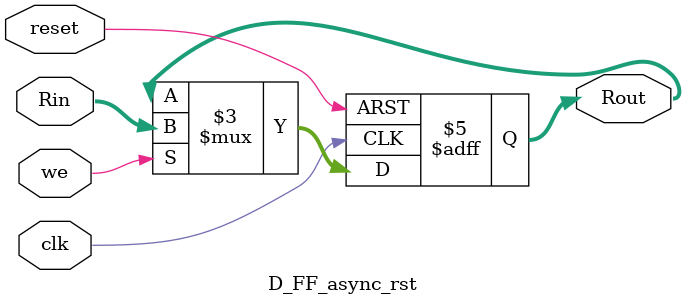
<source format=sv>
`timescale 1ns/1ns

module D_FF_async_rst#(parameter mem_width = 8)
(
    input  logic clk,
    input  logic reset,
    input  logic [mem_width-1 : 0] Rin,
    input  logic we,
    output logic [mem_width-1 : 0] Rout
);

    always @(posedge clk or negedge reset)
    begin
        if(!reset) begin
            Rout <= 0;
        end
        else if(we) begin
            Rout <= Rin;
        end
    end

endmodule

</source>
